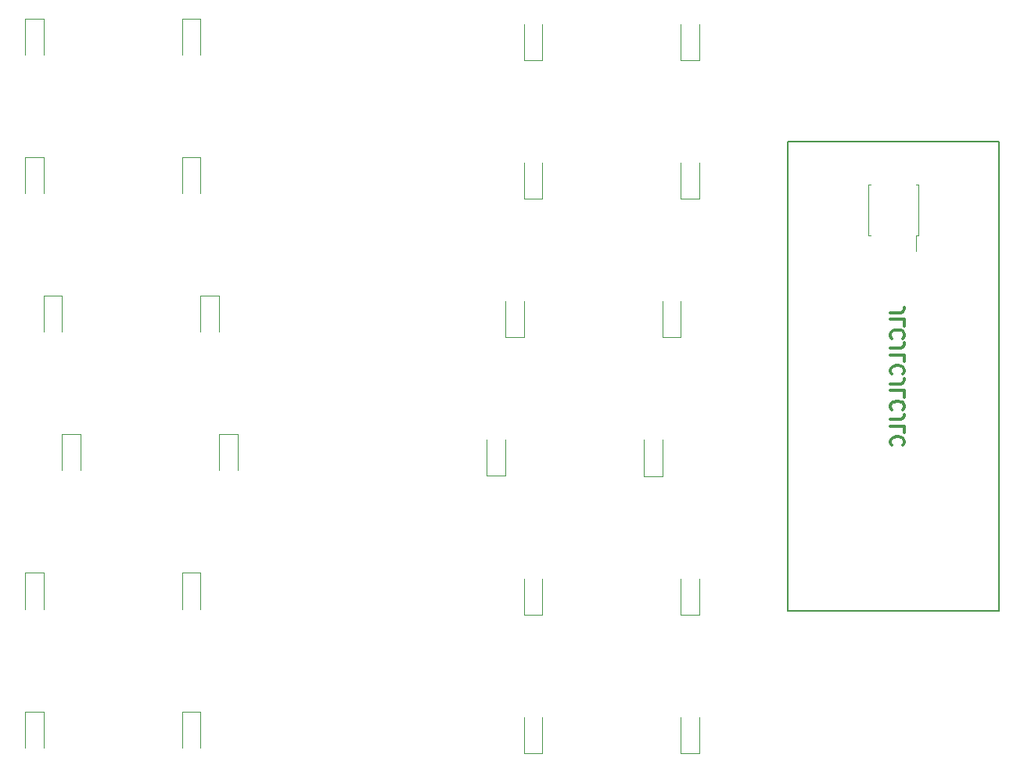
<source format=gbr>
G04 #@! TF.GenerationSoftware,KiCad,Pcbnew,5.1.6*
G04 #@! TF.CreationDate,2020-07-29T22:41:57-05:00*
G04 #@! TF.ProjectId,mobile-steno,6d6f6269-6c65-42d7-9374-656e6f2e6b69,rev?*
G04 #@! TF.SameCoordinates,Original*
G04 #@! TF.FileFunction,Legend,Bot*
G04 #@! TF.FilePolarity,Positive*
%FSLAX46Y46*%
G04 Gerber Fmt 4.6, Leading zero omitted, Abs format (unit mm)*
G04 Created by KiCad (PCBNEW 5.1.6) date 2020-07-29 22:41:57*
%MOMM*%
%LPD*%
G01*
G04 APERTURE LIST*
%ADD10C,0.300000*%
%ADD11C,0.120000*%
%ADD12C,0.150000*%
G04 APERTURE END LIST*
D10*
X173090311Y-72222208D02*
X174161740Y-72222208D01*
X174376025Y-72150780D01*
X174518882Y-72007922D01*
X174590311Y-71793637D01*
X174590311Y-71650780D01*
X174590311Y-73650780D02*
X174590311Y-72936494D01*
X173090311Y-72936494D01*
X174447454Y-75007922D02*
X174518882Y-74936494D01*
X174590311Y-74722208D01*
X174590311Y-74579351D01*
X174518882Y-74365065D01*
X174376025Y-74222208D01*
X174233168Y-74150780D01*
X173947454Y-74079351D01*
X173733168Y-74079351D01*
X173447454Y-74150780D01*
X173304597Y-74222208D01*
X173161740Y-74365065D01*
X173090311Y-74579351D01*
X173090311Y-74722208D01*
X173161740Y-74936494D01*
X173233168Y-75007922D01*
X173090311Y-76079351D02*
X174161740Y-76079351D01*
X174376025Y-76007922D01*
X174518882Y-75865065D01*
X174590311Y-75650780D01*
X174590311Y-75507922D01*
X174590311Y-77507922D02*
X174590311Y-76793637D01*
X173090311Y-76793637D01*
X174447454Y-78865065D02*
X174518882Y-78793637D01*
X174590311Y-78579351D01*
X174590311Y-78436494D01*
X174518882Y-78222208D01*
X174376025Y-78079351D01*
X174233168Y-78007922D01*
X173947454Y-77936494D01*
X173733168Y-77936494D01*
X173447454Y-78007922D01*
X173304597Y-78079351D01*
X173161740Y-78222208D01*
X173090311Y-78436494D01*
X173090311Y-78579351D01*
X173161740Y-78793637D01*
X173233168Y-78865065D01*
X173090311Y-79936494D02*
X174161740Y-79936494D01*
X174376025Y-79865065D01*
X174518882Y-79722208D01*
X174590311Y-79507922D01*
X174590311Y-79365065D01*
X174590311Y-81365065D02*
X174590311Y-80650780D01*
X173090311Y-80650780D01*
X174447454Y-82722208D02*
X174518882Y-82650780D01*
X174590311Y-82436494D01*
X174590311Y-82293637D01*
X174518882Y-82079351D01*
X174376025Y-81936494D01*
X174233168Y-81865065D01*
X173947454Y-81793637D01*
X173733168Y-81793637D01*
X173447454Y-81865065D01*
X173304597Y-81936494D01*
X173161740Y-82079351D01*
X173090311Y-82293637D01*
X173090311Y-82436494D01*
X173161740Y-82650780D01*
X173233168Y-82722208D01*
X173090311Y-83793637D02*
X174161740Y-83793637D01*
X174376025Y-83722208D01*
X174518882Y-83579351D01*
X174590311Y-83365065D01*
X174590311Y-83222208D01*
X174590311Y-85222208D02*
X174590311Y-84507922D01*
X173090311Y-84507922D01*
X174447454Y-86579351D02*
X174518882Y-86507922D01*
X174590311Y-86293637D01*
X174590311Y-86150780D01*
X174518882Y-85936494D01*
X174376025Y-85793637D01*
X174233168Y-85722208D01*
X173947454Y-85650780D01*
X173733168Y-85650780D01*
X173447454Y-85722208D01*
X173304597Y-85793637D01*
X173161740Y-85936494D01*
X173090311Y-86150780D01*
X173090311Y-86293637D01*
X173161740Y-86507922D01*
X173233168Y-86579351D01*
D11*
X152411740Y-44900780D02*
X152411740Y-41000780D01*
X150411740Y-44900780D02*
X150411740Y-41000780D01*
X152411740Y-44900780D02*
X150411740Y-44900780D01*
X152411740Y-59900780D02*
X152411740Y-56000780D01*
X150411740Y-59900780D02*
X150411740Y-56000780D01*
X152411740Y-59900780D02*
X150411740Y-59900780D01*
X150411740Y-74900780D02*
X150411740Y-71000780D01*
X148411740Y-74900780D02*
X148411740Y-71000780D01*
X150411740Y-74900780D02*
X148411740Y-74900780D01*
X148411740Y-89905781D02*
X148411740Y-86005781D01*
X146411740Y-89905781D02*
X146411740Y-86005781D01*
X148411740Y-89905781D02*
X146411740Y-89905781D01*
X152411740Y-104900780D02*
X152411740Y-101000780D01*
X150411740Y-104900780D02*
X150411740Y-101000780D01*
X152411740Y-104900780D02*
X150411740Y-104900780D01*
X152411740Y-119900780D02*
X152411740Y-116000780D01*
X150411740Y-119900780D02*
X150411740Y-116000780D01*
X152411740Y-119900780D02*
X150411740Y-119900780D01*
X135411740Y-44900780D02*
X135411740Y-41000780D01*
X133411740Y-44900780D02*
X133411740Y-41000780D01*
X135411740Y-44900780D02*
X133411740Y-44900780D01*
X135411740Y-59900780D02*
X135411740Y-56000780D01*
X133411740Y-59900780D02*
X133411740Y-56000780D01*
X135411740Y-59900780D02*
X133411740Y-59900780D01*
X133411740Y-74900780D02*
X133411740Y-71000780D01*
X131411740Y-74900780D02*
X131411740Y-71000780D01*
X133411740Y-74900780D02*
X131411740Y-74900780D01*
X131411740Y-89900780D02*
X131411740Y-86000780D01*
X129411740Y-89900780D02*
X129411740Y-86000780D01*
X131411740Y-89900780D02*
X129411740Y-89900780D01*
X135411740Y-104900780D02*
X135411740Y-101000780D01*
X133411740Y-104900780D02*
X133411740Y-101000780D01*
X135411740Y-104900780D02*
X133411740Y-104900780D01*
X135411740Y-119900780D02*
X135411740Y-116000780D01*
X133411740Y-119900780D02*
X133411740Y-116000780D01*
X135411740Y-119900780D02*
X133411740Y-119900780D01*
X79411740Y-40400780D02*
X79411740Y-44300780D01*
X81411740Y-40400780D02*
X81411740Y-44300780D01*
X79411740Y-40400780D02*
X81411740Y-40400780D01*
X79411740Y-55400780D02*
X79411740Y-59300780D01*
X81411740Y-55400780D02*
X81411740Y-59300780D01*
X79411740Y-55400780D02*
X81411740Y-55400780D01*
X81411740Y-70400780D02*
X81411740Y-74300780D01*
X83411740Y-70400780D02*
X83411740Y-74300780D01*
X81411740Y-70400780D02*
X83411740Y-70400780D01*
X83411740Y-85400780D02*
X83411740Y-89300780D01*
X85411740Y-85400780D02*
X85411740Y-89300780D01*
X83411740Y-85400780D02*
X85411740Y-85400780D01*
X79411740Y-100400780D02*
X79411740Y-104300780D01*
X81411740Y-100400780D02*
X81411740Y-104300780D01*
X79411740Y-100400780D02*
X81411740Y-100400780D01*
X79411740Y-115400780D02*
X79411740Y-119300780D01*
X81411740Y-115400780D02*
X81411740Y-119300780D01*
X79411740Y-115400780D02*
X81411740Y-115400780D01*
X96411740Y-40400780D02*
X96411740Y-44300780D01*
X98411740Y-40400780D02*
X98411740Y-44300780D01*
X96411740Y-40400780D02*
X98411740Y-40400780D01*
X96411740Y-55400780D02*
X96411740Y-59300780D01*
X98411740Y-55400780D02*
X98411740Y-59300780D01*
X96411740Y-55400780D02*
X98411740Y-55400780D01*
X98411740Y-70400780D02*
X98411740Y-74300780D01*
X100411740Y-70400780D02*
X100411740Y-74300780D01*
X98411740Y-70400780D02*
X100411740Y-70400780D01*
X100411740Y-85400780D02*
X100411740Y-89300780D01*
X102411740Y-85400780D02*
X102411740Y-89300780D01*
X100411740Y-85400780D02*
X102411740Y-85400780D01*
X96411740Y-100400780D02*
X96411740Y-104300780D01*
X98411740Y-100400780D02*
X98411740Y-104300780D01*
X96411740Y-100400780D02*
X98411740Y-100400780D01*
X96411740Y-115400780D02*
X96411740Y-119300780D01*
X98411740Y-115400780D02*
X98411740Y-119300780D01*
X96411740Y-115400780D02*
X98411740Y-115400780D01*
X175876740Y-63900780D02*
X175876740Y-65550780D01*
X176136740Y-63900780D02*
X175876740Y-63900780D01*
X176136740Y-61150780D02*
X176136740Y-63900780D01*
X176136740Y-58400780D02*
X175876740Y-58400780D01*
X176136740Y-61150780D02*
X176136740Y-58400780D01*
X170686740Y-63900780D02*
X170946740Y-63900780D01*
X170686740Y-61150780D02*
X170686740Y-63900780D01*
X170686740Y-58400780D02*
X170946740Y-58400780D01*
X170686740Y-61150780D02*
X170686740Y-58400780D01*
D12*
X184841740Y-104550780D02*
X161981740Y-104550780D01*
X161981740Y-104550780D02*
X161981740Y-53750780D01*
X161981740Y-53750780D02*
X184841740Y-53750780D01*
X184841740Y-53750780D02*
X184841740Y-104550780D01*
M02*

</source>
